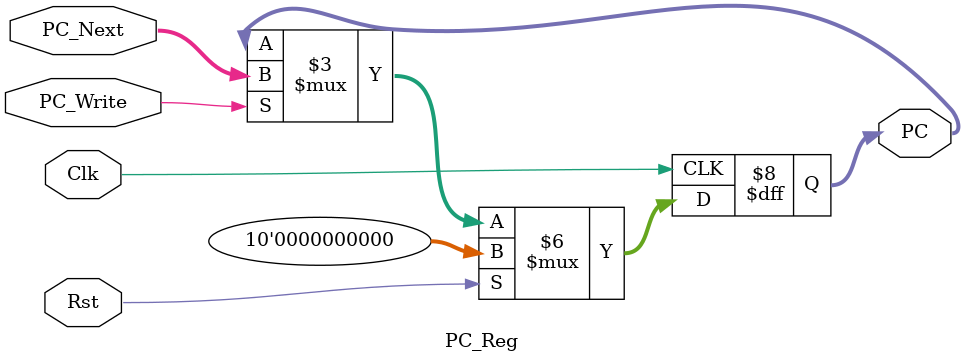
<source format=v>

module PC_Reg(PC_Next,
              PC_Write,
              Clk,
              Rst,
              PC);
              
  input [9:0] PC_Next;
  input Clk,Rst;
  input PC_Write;
  output reg [9:0] PC;           

    always@(posedge Clk) begin
      if(Rst)
        PC <= 10'b0;
      else if(PC_Write)
        PC <= PC_Next;
      else
        PC <= PC;
        
    end
    
  endmodule
        
</source>
